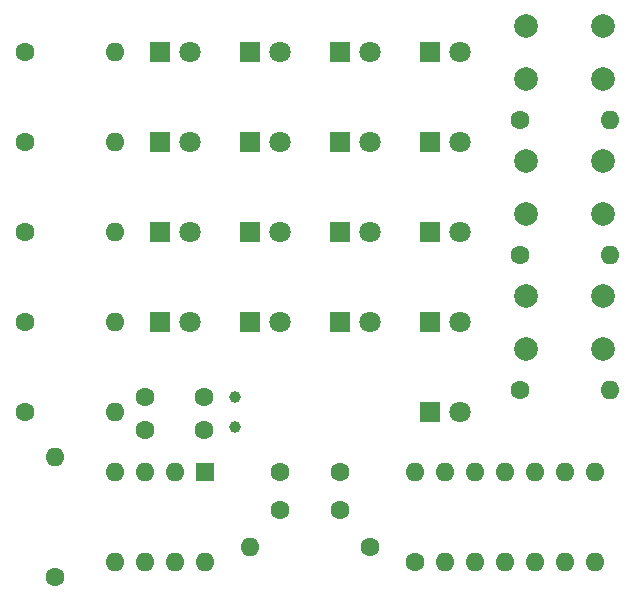
<source format=gts>
%TF.GenerationSoftware,KiCad,Pcbnew,5.1.8-5.1.8*%
%TF.CreationDate,2022-04-18T20:54:47+02:00*%
%TF.ProjectId,usb_binary_clk,7573625f-6269-46e6-9172-795f636c6b2e,rev?*%
%TF.SameCoordinates,Original*%
%TF.FileFunction,Soldermask,Top*%
%TF.FilePolarity,Negative*%
%FSLAX46Y46*%
G04 Gerber Fmt 4.6, Leading zero omitted, Abs format (unit mm)*
G04 Created by KiCad (PCBNEW 5.1.8-5.1.8) date 2022-04-18 20:54:47*
%MOMM*%
%LPD*%
G01*
G04 APERTURE LIST*
%ADD10C,2.000000*%
%ADD11C,1.800000*%
%ADD12R,1.800000X1.800000*%
%ADD13O,1.600000X1.600000*%
%ADD14C,1.600000*%
%ADD15C,1.000000*%
%ADD16R,1.600000X1.600000*%
G04 APERTURE END LIST*
D10*
X172010000Y-59400000D03*
X172010000Y-54900000D03*
X178510000Y-59400000D03*
X178510000Y-54900000D03*
X172010000Y-70830000D03*
X172010000Y-66330000D03*
X178510000Y-70830000D03*
X178510000Y-66330000D03*
X172010000Y-82260000D03*
X172010000Y-77760000D03*
X178510000Y-82260000D03*
X178510000Y-77760000D03*
D11*
X166370000Y-87630000D03*
D12*
X163830000Y-87630000D03*
D13*
X132080000Y-91440000D03*
D14*
X132080000Y-101600000D03*
D13*
X148590000Y-99060000D03*
D14*
X158750000Y-99060000D03*
D13*
X179070000Y-62865000D03*
D14*
X171450000Y-62865000D03*
D13*
X179070000Y-74295000D03*
D14*
X171450000Y-74295000D03*
D13*
X137160000Y-80010000D03*
D14*
X129540000Y-80010000D03*
D13*
X179070000Y-85725000D03*
D14*
X171450000Y-85725000D03*
D13*
X137160000Y-72390000D03*
D14*
X129540000Y-72390000D03*
D13*
X137160000Y-87630000D03*
D14*
X129540000Y-87630000D03*
D13*
X137160000Y-64770000D03*
D14*
X129540000Y-64770000D03*
D13*
X137160000Y-57150000D03*
D14*
X129540000Y-57150000D03*
D11*
X143510000Y-72390000D03*
D12*
X140970000Y-72390000D03*
D11*
X166370000Y-80010000D03*
D12*
X163830000Y-80010000D03*
D11*
X158750000Y-80010000D03*
D12*
X156210000Y-80010000D03*
D11*
X151130000Y-80010000D03*
D12*
X148590000Y-80010000D03*
D11*
X143510000Y-80010000D03*
D12*
X140970000Y-80010000D03*
D11*
X166370000Y-72390000D03*
D12*
X163830000Y-72390000D03*
D11*
X158750000Y-72390000D03*
D12*
X156210000Y-72390000D03*
D11*
X151130000Y-72390000D03*
D12*
X148590000Y-72390000D03*
D11*
X166370000Y-64770000D03*
D12*
X163830000Y-64770000D03*
D11*
X158750000Y-64770000D03*
D12*
X156210000Y-64770000D03*
D11*
X151130000Y-64770000D03*
D12*
X148590000Y-64770000D03*
D11*
X143510000Y-64770000D03*
D12*
X140970000Y-64770000D03*
D11*
X166370000Y-57150000D03*
D12*
X163830000Y-57150000D03*
D11*
X158750000Y-57150000D03*
D12*
X156210000Y-57150000D03*
D11*
X151130000Y-57150000D03*
D12*
X148590000Y-57150000D03*
D11*
X143510000Y-57150000D03*
D12*
X140970000Y-57150000D03*
D15*
X147320000Y-88900000D03*
X147320000Y-86360000D03*
D14*
X162560000Y-100330000D03*
D13*
X177800000Y-92710000D03*
X165100000Y-100330000D03*
X175260000Y-92710000D03*
X167640000Y-100330000D03*
X172720000Y-92710000D03*
X170180000Y-100330000D03*
X170180000Y-92710000D03*
X172720000Y-100330000D03*
X167640000Y-92710000D03*
X175260000Y-100330000D03*
X165100000Y-92710000D03*
X177800000Y-100330000D03*
X162560000Y-92710000D03*
D16*
X144780000Y-92710000D03*
D13*
X137160000Y-100330000D03*
X142240000Y-92710000D03*
X139700000Y-100330000D03*
X139700000Y-92710000D03*
X142240000Y-100330000D03*
X137160000Y-92710000D03*
X144780000Y-100330000D03*
D14*
X151210000Y-95885000D03*
X156210000Y-95885000D03*
X144700000Y-86360000D03*
X139700000Y-86360000D03*
X139700000Y-89154000D03*
X144700000Y-89154000D03*
X151210000Y-92710000D03*
X156210000Y-92710000D03*
M02*

</source>
